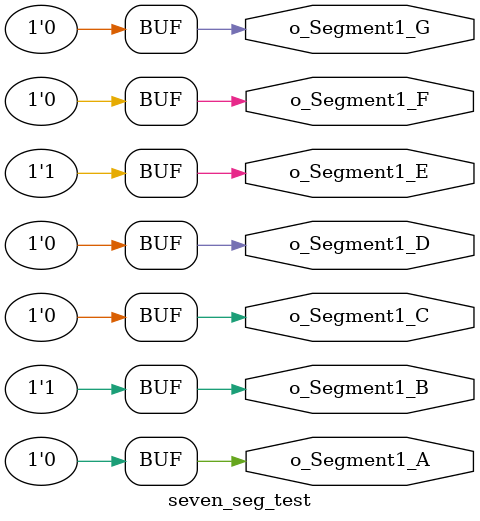
<source format=v>
module seven_seg_test (
  output o_Segment1_A,
  output o_Segment1_B,
  output o_Segment1_C,
  output o_Segment1_D,
  output o_Segment1_E,
  output o_Segment1_F,
  output o_Segment1_G);

assign o_Segment1_A = 1'b0;
assign o_Segment1_B = 1'b1;
assign o_Segment1_C = 1'b0;
assign o_Segment1_D = 1'b0;
assign o_Segment1_E = 1'b1;
assign o_Segment1_F = 1'b0;
assign o_Segment1_G = 1'b0;
    
endmodule
</source>
